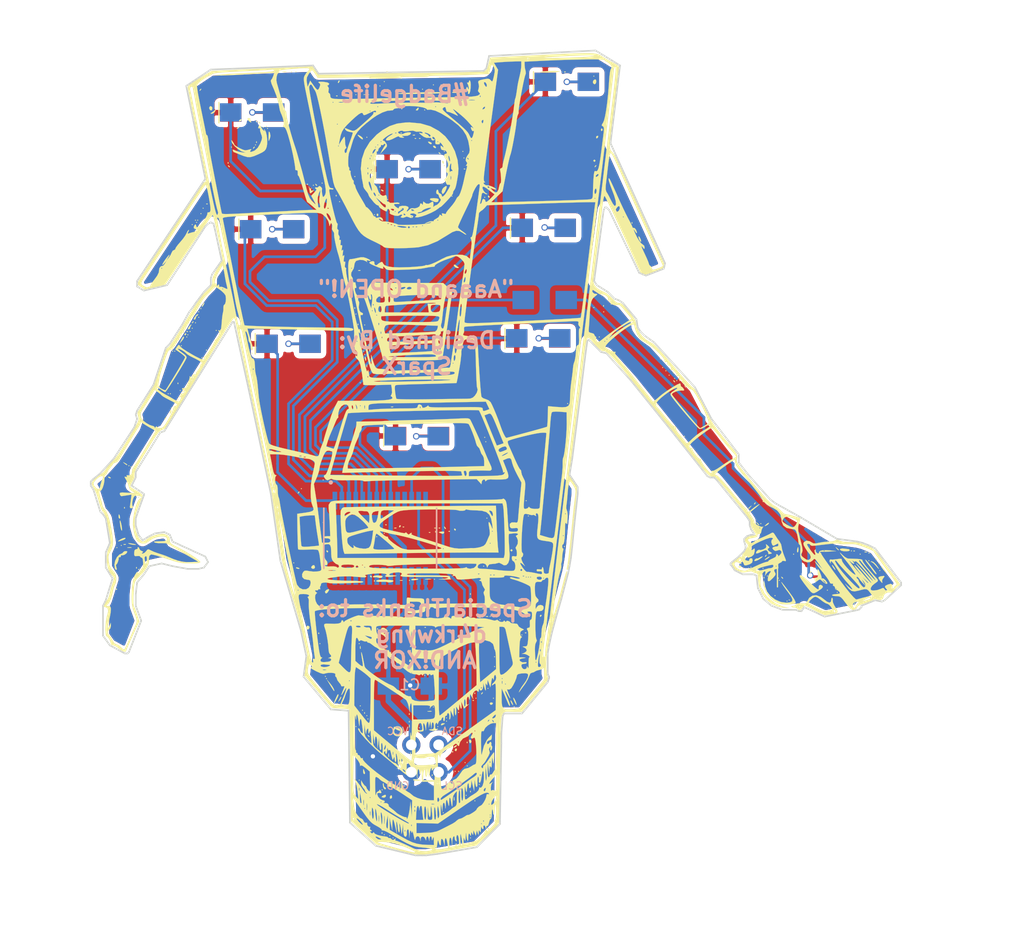
<source format=kicad_pcb>
(kicad_pcb (version 4) (host pcbnew 4.0.6)
  (layers (0 F.Cu signal) (31 B.Cu signal) (34 B.Paste user) (35 F.Paste user) (36 B.SilkS user) (37 F.SilkS user hide) (38 B.Mask user) (39 F.Mask user hide) (44 Edge.Cuts user))
  (net 0 "")
  (net 1 +3V3)
  (net 2 GND)
  (net 3 "Net-(D1-Pad2)")
  (net 4 "Net-(D2-Pad2)")
  (net 5 "Net-(D3-Pad2)")
  (net 6 "Net-(D4-Pad2)")
  (net 7 "Net-(D5-Pad2)")
  (net 8 "Net-(D6-Pad2)")
  (net 9 "Net-(D7-Pad2)")
  (net 10 "Net-(D8-Pad2)")
  (net 11 "Net-(D9-Pad2)")
  (net 12 "Net-(R1-Pad1)")
  (net 13 "Net-(R2-Pad1)")
  (net 14 "Net-(R3-Pad1)")
  (net 15 "Net-(R4-Pad1)")
  (net 16 "Net-(R5-Pad1)")
  (net 17 "Net-(R6-Pad1)")
  (net 18 "Net-(R7-Pad1)")
  (net 19 "Net-(R9-Pad1)")
  (net 20 scl)
  (net 21 sda)
  (net 22 "Net-(U1-Pad19)")
  (net 23 "Net-(U1-Pad20)")
  (net 24 "Net-(U1-Pad22)")
  (net 25 "Net-(U1-Pad23)")
  (net 26 "Net-(U1-Pad24)")
  (net 27 "Net-(U1-Pad25)")
  (net 28 "Net-(U1-Pad26)")
  (net 29 "Net-(U1-Pad27)")
  (net 30 "Net-(U1-Pad28)")
  (net 31 "Net-(U1-Pad21)")
  (module lib:MCP23017-ESS_NoSilk (layer B.Cu) (at 89.3064 117.16512 270)
    (fp_text reference U1)
    (fp_text value MCP23017)
    (pad 1 smd rect (at -3.505 4.225 270) (size 1.651 0.4318) (layers B.Cu B.Paste B.Mask) (net 12 "Net-(R1-Pad1)"))
    (pad 2 smd rect (at -3.505 3.575 270) (size 1.651 0.4318) (layers B.Cu B.Paste B.Mask) (net 13 "Net-(R2-Pad1)"))
    (pad 3 smd rect (at -3.505 2.925 270) (size 1.651 0.4318) (layers B.Cu B.Paste B.Mask) (net 14 "Net-(R3-Pad1)"))
    (pad 4 smd rect (at -3.505 2.275 270) (size 1.651 0.4318) (layers B.Cu B.Paste B.Mask) (net 15 "Net-(R4-Pad1)"))
    (pad 5 smd rect (at -3.505 1.625 270) (size 1.651 0.4318) (layers B.Cu B.Paste B.Mask) (net 16 "Net-(R5-Pad1)"))
    (pad 6 smd rect (at -3.505 0.975 270) (size 1.651 0.4318) (layers B.Cu B.Paste B.Mask) (net 17 "Net-(R6-Pad1)"))
    (pad 7 smd rect (at -3.505 0.325 270) (size 1.651 0.4318) (layers B.Cu B.Paste B.Mask) (net 18 "Net-(R7-Pad1)"))
    (pad 8 smd rect (at -3.505 -0.325 270) (size 1.651 0.4318) (layers B.Cu B.Paste B.Mask) (net 19 "Net-(R9-Pad1)"))
    (pad 9 smd rect (at -3.505 -0.975 270) (size 1.651 0.4318) (layers B.Cu B.Paste B.Mask) (net 1 +3V3))
    (pad 10 smd rect (at -3.505 -1.625 270) (size 1.651 0.4318) (layers B.Cu B.Paste B.Mask) (net 2 GND))
    (pad 11 smd rect (at -3.505 -2.275 270) (size 1.651 0.4318) (layers B.Cu B.Paste B.Mask))
    (pad 12 smd rect (at -3.505 -2.925 270) (size 1.651 0.4318) (layers B.Cu B.Paste B.Mask) (net 20 scl))
    (pad 13 smd rect (at -3.505 -3.575 270) (size 1.651 0.4318) (layers B.Cu B.Paste B.Mask) (net 21 sda))
    (pad 14 smd rect (at -3.505 -4.225 270) (size 1.651 0.4318) (layers B.Cu B.Paste B.Mask))
    (pad 15 smd rect (at 3.505 -4.225 270) (size 1.651 0.4318) (layers B.Cu B.Paste B.Mask) (net 2 GND))
    (pad 16 smd rect (at 3.505 -3.575 270) (size 1.651 0.4318) (layers B.Cu B.Paste B.Mask) (net 2 GND))
    (pad 17 smd rect (at 3.505 -2.925 270) (size 1.651 0.4318) (layers B.Cu B.Paste B.Mask) (net 2 GND))
    (pad 18 smd rect (at 3.505 -2.275 270) (size 1.651 0.4318) (layers B.Cu B.Paste B.Mask) (net 1 +3V3))
    (pad 19 smd rect (at 3.505 -1.625 270) (size 1.651 0.4318) (layers B.Cu B.Paste B.Mask) (net 22 "Net-(U1-Pad19)"))
    (pad 20 smd rect (at 3.505 -0.975 270) (size 1.651 0.4318) (layers B.Cu B.Paste B.Mask) (net 23 "Net-(U1-Pad20)"))
    (pad 21 smd rect (at 3.505 -0.325 270) (size 1.651 0.4318) (layers B.Cu B.Paste B.Mask) (net 31 "Net-(U1-Pad21)"))
    (pad 22 smd rect (at 3.505 0.325 270) (size 1.651 0.4318) (layers B.Cu B.Paste B.Mask) (net 24 "Net-(U1-Pad22)"))
    (pad 23 smd rect (at 3.505 0.975 270) (size 1.651 0.4318) (layers B.Cu B.Paste B.Mask) (net 25 "Net-(U1-Pad23)"))
    (pad 24 smd rect (at 3.505 1.625 270) (size 1.651 0.4318) (layers B.Cu B.Paste B.Mask) (net 26 "Net-(U1-Pad24)"))
    (pad 25 smd rect (at 3.505 2.275 270) (size 1.651 0.4318) (layers B.Cu B.Paste B.Mask) (net 27 "Net-(U1-Pad25)"))
    (pad 26 smd rect (at 3.505 2.925 270) (size 1.651 0.4318) (layers B.Cu B.Paste B.Mask) (net 28 "Net-(U1-Pad26)"))
    (pad 27 smd rect (at 3.505 3.575 270) (size 1.651 0.4318) (layers B.Cu B.Paste B.Mask) (net 29 "Net-(U1-Pad27)"))
    (pad 28 smd rect (at 3.505 4.225 270) (size 1.651 0.4318) (layers B.Cu B.Paste B.Mask) (net 30 "Net-(U1-Pad28)"))
  )
  (module Shitty_AddOn:Badgelife-Shitty-2x2 (layer F.Cu) (at 93.472 137.668)
    (fp_text reference X1)
    (fp_text value Badgelife_shitty_connector)
    (fp_text user SDA (at 2.54 -2.54) (layer B.SilkS) (effects (font (size 0.7 0.7) (thickness 0.1)) (justify mirror)))
    (fp_text user SCL (at 2.54 2.54) (layer B.SilkS) (effects (font (size 0.7 0.7) (thickness 0.1)) (justify mirror)))
    (fp_text user GND (at -2.54 2.54) (layer B.SilkS) (effects (font (size 0.7 0.7) (thickness 0.1)) (justify mirror)))
    (fp_text user VCC (at -2.54 -2.54) (layer B.SilkS) (effects (font (size 0.7 0.7) (thickness 0.1)) (justify mirror)))
    (pad 4 thru_hole circle (at 1.27 -1.27) (size 1.7 1.7) (drill 1) (layers *.Cu *.Mask) (net 21 sda))
    (pad 3 thru_hole oval (at 1.27 1.27) (size 1.7 1.7) (drill 1) (layers *.Cu *.Mask) (net 20 scl))
    (pad 1 thru_hole oval (at -1.27 -1.27) (size 1.7 1.7) (drill 1) (layers *.Cu *.Mask) (net 1 +3V3))
    (pad 2 thru_hole oval (at -1.27 1.27) (size 1.7 1.7) (drill 1) (layers *.Cu *.Mask) (net 2 GND))
  )
  (module Design:CL4P_Silk (layer F.Cu) (at 100 100)
    (fp_text reference "" hide)
    (fp_text value "" hide)
  )
  (module Design:CL4P_Sold (layer F.Cu) (at 100 100)
    (fp_text reference "" hide)
    (fp_text value "" hide)
  )
  (module lib:C_1206_HandSoldering_Min_Silk (layer B.Cu) (at 92.0623 130.92684)
    (fp_text reference C1 (at 0 -0.127) (layer B.SilkS) (effects (justify mirror)))
    (fp_text value 0.1uf)
    (pad 1 smd rect (at -2 0) (size 2 1.6) (layers B.Cu B.Paste B.Mask) (net 1 +3V3))
    (pad 2 smd rect (at 2 0) (size 2 1.6) (layers B.Cu B.Paste B.Mask) (net 2 GND))
  )
  (module lib:R_1206_HandSoldering_Min (layer B.Cu) (at 104.013 98.5393)
    (fp_text reference R9 hide)
    (fp_text value 220 hide)
    (pad 1 smd rect (at -2 0) (size 2 1.7) (layers B.Cu B.Paste B.Mask) (net 19 "Net-(R9-Pad1)"))
    (pad 2 smd rect (at 2 0) (size 2 1.7) (layers B.Cu B.Paste B.Mask) (net 11 "Net-(D9-Pad2)"))
  )
  (module lib:R_1206_HandSoldering_Min (layer B.Cu) (at 92.70492 107.6706 180)
    (fp_text reference R8 hide)
    (fp_text value 220 hide)
    (pad 1 smd rect (at -2 0 180) (size 2 1.7) (layers B.Cu B.Paste B.Mask) (net 10 "Net-(D8-Pad2)"))
    (pad 2 smd rect (at 2 0 180) (size 2 1.7) (layers B.Cu B.Paste B.Mask) (net 1 +3V3))
  )
  (module lib:R_1206_HandSoldering_Min (layer B.Cu) (at 104.6226 94.9833)
    (fp_text reference R7 hide)
    (fp_text value 220 hide)
    (pad 1 smd rect (at -2 0) (size 2 1.7) (layers B.Cu B.Paste B.Mask) (net 18 "Net-(R7-Pad1)"))
    (pad 2 smd rect (at 2 0) (size 2 1.7) (layers B.Cu B.Paste B.Mask) (net 9 "Net-(D7-Pad2)"))
  )
  (module lib:R_1206_HandSoldering_Min (layer B.Cu) (at 104.52354 88.26246)
    (fp_text reference R6 hide)
    (fp_text value 220 hide)
    (pad 1 smd rect (at -2 0) (size 2 1.7) (layers B.Cu B.Paste B.Mask) (net 17 "Net-(R6-Pad1)"))
    (pad 2 smd rect (at 2 0) (size 2 1.7) (layers B.Cu B.Paste B.Mask) (net 8 "Net-(D6-Pad2)"))
  )
  (module lib:R_1206_HandSoldering_Min (layer B.Cu) (at 106.68 74.676)
    (fp_text reference R5 hide)
    (fp_text value 220 hide)
    (pad 1 smd rect (at -2 0) (size 2 1.7) (layers B.Cu B.Paste B.Mask) (net 16 "Net-(R5-Pad1)"))
    (pad 2 smd rect (at 2 0) (size 2 1.7) (layers B.Cu B.Paste B.Mask) (net 7 "Net-(D5-Pad2)"))
  )
  (module lib:R_1206_HandSoldering_Min (layer B.Cu) (at 91.948 82.804)
    (fp_text reference R4 hide)
    (fp_text value 220 hide)
    (pad 1 smd rect (at -2 0) (size 2 1.7) (layers B.Cu B.Paste B.Mask) (net 15 "Net-(R4-Pad1)"))
    (pad 2 smd rect (at 2 0) (size 2 1.7) (layers B.Cu B.Paste B.Mask) (net 6 "Net-(D4-Pad2)"))
  )
  (module lib:R_1206_HandSoldering_Min (layer B.Cu) (at 77.3811 77.51826)
    (fp_text reference R3 hide)
    (fp_text value 220 hide)
    (pad 1 smd rect (at -2 0) (size 2 1.7) (layers B.Cu B.Paste B.Mask) (net 14 "Net-(R3-Pad1)"))
    (pad 2 smd rect (at 2 0) (size 2 1.7) (layers B.Cu B.Paste B.Mask) (net 5 "Net-(D3-Pad2)"))
  )
  (module lib:R_1206_HandSoldering_Min (layer B.Cu) (at 79.248 88.392)
    (fp_text reference R2 hide)
    (fp_text value 220 hide)
    (pad 1 smd rect (at -2 0) (size 2 1.7) (layers B.Cu B.Paste B.Mask) (net 13 "Net-(R2-Pad1)"))
    (pad 2 smd rect (at 2 0) (size 2 1.7) (layers B.Cu B.Paste B.Mask) (net 4 "Net-(D2-Pad2)"))
  )
  (module lib:R_1206_HandSoldering_Min (layer B.Cu) (at 80.772 99.06)
    (fp_text reference R1 hide)
    (fp_text value 220 hide)
    (pad 1 smd rect (at -2 0) (size 2 1.7) (layers B.Cu B.Paste B.Mask) (net 12 "Net-(R1-Pad1)"))
    (pad 2 smd rect (at 2 0) (size 2 1.7) (layers B.Cu B.Paste B.Mask) (net 3 "Net-(D1-Pad2)"))
  )
  (module lib:LED_1206_HandSoldering_Min (layer F.Cu) (at 104.02062 98.57232)
    (fp_text reference D9 hide)
    (fp_text value LED hide)
    (pad 1 smd rect (at -2 0) (size 2 1.7) (layers F.Cu F.Paste F.Mask) (net 2 GND))
    (pad 2 smd rect (at 2 0) (size 2 1.7) (layers F.Cu F.Paste F.Mask) (net 11 "Net-(D9-Pad2)"))
  )
  (module lib:LED_1206_HandSoldering_Min (layer F.Cu) (at 92.7354 107.64012)
    (fp_text reference D8 hide)
    (fp_text value LED hide)
    (pad 1 smd rect (at -2 0) (size 2 1.7) (layers F.Cu F.Paste F.Mask) (net 2 GND))
    (pad 2 smd rect (at 2 0) (size 2 1.7) (layers F.Cu F.Paste F.Mask) (net 10 "Net-(D8-Pad2)"))
  )
  (module lib:LED_1206_HandSoldering_Min (layer F.Cu) (at 129.3876 120.7389)
    (fp_text reference D7 hide)
    (fp_text value LED hide)
    (pad 1 smd rect (at -2 0) (size 2 1.7) (layers F.Cu F.Paste F.Mask) (net 2 GND))
    (pad 2 smd rect (at 2 0) (size 2 1.7) (layers F.Cu F.Paste F.Mask) (net 9 "Net-(D7-Pad2)"))
  )
  (module lib:LED_1206_HandSoldering_Min (layer F.Cu) (at 104.53116 88.27008)
    (fp_text reference D6 hide)
    (fp_text value LED hide)
    (pad 1 smd rect (at -2 0) (size 2 1.7) (layers F.Cu F.Paste F.Mask) (net 2 GND))
    (pad 2 smd rect (at 2 0) (size 2 1.7) (layers F.Cu F.Paste F.Mask) (net 8 "Net-(D6-Pad2)"))
  )
  (module lib:LED_1206_HandSoldering_Min (layer F.Cu) (at 106.68 74.676)
    (fp_text reference D5 hide)
    (fp_text value LED hide)
    (pad 1 smd rect (at -2 0) (size 2 1.7) (layers F.Cu F.Paste F.Mask) (net 2 GND))
    (pad 2 smd rect (at 2 0) (size 2 1.7) (layers F.Cu F.Paste F.Mask) (net 7 "Net-(D5-Pad2)"))
  )
  (module lib:LED_1206_HandSoldering_Min (layer F.Cu) (at 91.948 82.804)
    (fp_text reference D4 hide)
    (fp_text value LED hide)
    (pad 1 smd rect (at -2 0) (size 2 1.7) (layers F.Cu F.Paste F.Mask) (net 2 GND))
    (pad 2 smd rect (at 2 0) (size 2 1.7) (layers F.Cu F.Paste F.Mask) (net 6 "Net-(D4-Pad2)"))
  )
  (module lib:LED_1206_HandSoldering_Min (layer F.Cu) (at 77.3938 77.54112)
    (fp_text reference D3 hide)
    (fp_text value LED hide)
    (pad 1 smd rect (at -2 0) (size 2 1.7) (layers F.Cu F.Paste F.Mask) (net 2 GND))
    (pad 2 smd rect (at 2 0) (size 2 1.7) (layers F.Cu F.Paste F.Mask) (net 5 "Net-(D3-Pad2)"))
  )
  (module lib:LED_1206_HandSoldering_Min (layer F.Cu) (at 79.248 88.392)
    (fp_text reference D2 hide)
    (fp_text value LED hide)
    (pad 1 smd rect (at -2 0) (size 2 1.7) (layers F.Cu F.Paste F.Mask) (net 2 GND))
    (pad 2 smd rect (at 2 0) (size 2 1.7) (layers F.Cu F.Paste F.Mask) (net 4 "Net-(D2-Pad2)"))
  )
  (module lib:LED_1206_HandSoldering_Min (layer F.Cu) (at 80.772 99.06)
    (fp_text reference D1 hide)
    (fp_text value LED hide)
    (pad 1 smd rect (at -2 0) (size 2 1.7) (layers F.Cu F.Paste F.Mask) (net 2 GND))
    (pad 2 smd rect (at 2 0) (size 2 1.7) (layers F.Cu F.Paste F.Mask) (net 3 "Net-(D1-Pad2)"))
  )
  (module Design:JACK2 (layer B.Cu) (at 100.86848 116.88064 195)
    (fp_text reference G*** hide)
    (fp_text value LOGO hide)
  )
  (gr_text "Designed By:\nSparX" (at 92.71 99.949) (layer B.SilkS) (effects (font (size 1.5 1.5) (thickness 0.3)) (justify mirror)))
  (gr_text "\n\nSpecialThanks to:\nd4rkwyng \nAND!XOR\n" (at 93.472 123.698) (layer B.SilkS) (effects (font (size 1.5 1.5) (thickness 0.3)) (justify mirror)))
  (gr_text "#Badgelife" (at 91.567 75.819) (layer B.SilkS) (effects (font (size 1.5 1.5) (thickness 0.3)) (justify mirror)))
  (gr_text "\"Aaaand OPEN!\" " (at 92.075 93.98) (layer B.SilkS) (effects (font (size 1.5 1.5) (thickness 0.3)) (justify mirror)))
  (gr_line (start 102.489 133.477) (end 100.838 133.477) (angle 90) (layer Edge.Cuts) (width 0.15))
  (gr_line (start 102.616 133.35) (end 102.489 133.477) (angle 90) (layer Edge.Cuts) (width 0.15))
  (gr_line (start 100.711 133.731) (end 100.838 133.477) (angle 90) (layer Edge.Cuts) (width 0.15))
  (gr_line (start 100.584 135.382) (end 100.711 133.731) (angle 90) (layer Edge.Cuts) (width 0.15))
  (gr_line (start 100.584 136.271) (end 100.584 135.382) (angle 90) (layer Edge.Cuts) (width 0.15))
  (gr_line (start 100.457 143.51) (end 100.584 136.271) (angle 90) (layer Edge.Cuts) (width 0.15))
  (gr_line (start 100.457 143.764) (end 100.457 143.51) (angle 90) (layer Edge.Cuts) (width 0.15))
  (gr_line (start 98.298 145.923) (end 100.457 143.764) (angle 90) (layer Edge.Cuts) (width 0.15))
  (gr_line (start 94.615 146.558) (end 98.298 145.923) (angle 90) (layer Edge.Cuts) (width 0.15))
  (gr_line (start 93.599 146.685) (end 94.615 146.558) (angle 90) (layer Edge.Cuts) (width 0.15))
  (gr_line (start 93.218 146.685) (end 93.599 146.685) (angle 90) (layer Edge.Cuts) (width 0.15))
  (gr_line (start 92.837 146.685) (end 93.218 146.685) (angle 90) (layer Edge.Cuts) (width 0.15))
  (gr_line (start 92.583 146.685) (end 92.837 146.685) (angle 90) (layer Edge.Cuts) (width 0.15))
  (gr_line (start 88.9 145.796) (end 92.583 146.685) (angle 90) (layer Edge.Cuts) (width 0.15))
  (gr_line (start 86.487 143.637) (end 88.9 145.796) (angle 90) (layer Edge.Cuts) (width 0.15))
  (gr_line (start 86.36 133.223) (end 86.487 143.637) (angle 90) (layer Edge.Cuts) (width 0.15))
  (gr_line (start 84.709 133.096) (end 86.36 133.223) (angle 90) (layer Edge.Cuts) (width 0.15))
  (gr_line (start 82.169 130.048) (end 84.709 133.096) (angle 90) (layer Edge.Cuts) (width 0.15))
  (gr_line (start 82.423 128.143) (end 82.169 130.048) (angle 90) (layer Edge.Cuts) (width 0.15))
  (gr_line (start 81.915 125.73) (end 82.423 128.143) (angle 90) (layer Edge.Cuts) (width 0.15))
  (gr_line (start 80.01 119.253) (end 81.915 125.73) (angle 90) (layer Edge.Cuts) (width 0.15))
  (gr_line (start 79.248 113.919) (end 80.01 119.253) (angle 90) (layer Edge.Cuts) (width 0.15))
  (gr_line (start 79.121 113.03) (end 79.248 113.919) (angle 90) (layer Edge.Cuts) (width 0.15))
  (gr_line (start 77.216 104.013) (end 79.121 113.03) (angle 90) (layer Edge.Cuts) (width 0.15))
  (gr_line (start 75.692 97.028) (end 77.216 104.013) (angle 90) (layer Edge.Cuts) (width 0.15))
  (gr_line (start 75.565 97.028) (end 75.692 97.028) (angle 90) (layer Edge.Cuts) (width 0.15))
  (gr_line (start 69.215 107.188) (end 75.565 97.028) (angle 90) (layer Edge.Cuts) (width 0.15))
  (gr_line (start 68.834 107.315) (end 69.215 107.188) (angle 90) (layer Edge.Cuts) (width 0.15))
  (gr_line (start 66.548 110.998) (end 68.834 107.315) (angle 90) (layer Edge.Cuts) (width 0.15))
  (gr_line (start 66.548 111.506) (end 66.548 110.998) (angle 90) (layer Edge.Cuts) (width 0.15))
  (gr_line (start 66.167 112.268) (end 66.548 111.506) (angle 90) (layer Edge.Cuts) (width 0.15))
  (gr_line (start 67.31 113.03) (end 66.167 112.268) (angle 90) (layer Edge.Cuts) (width 0.15))
  (gr_line (start 67.31 113.157) (end 67.31 113.03) (angle 90) (layer Edge.Cuts) (width 0.15))
  (gr_line (start 66.802 114.554) (end 67.31 113.157) (angle 90) (layer Edge.Cuts) (width 0.15))
  (gr_line (start 66.548 115.316) (end 66.802 114.554) (angle 90) (layer Edge.Cuts) (width 0.15))
  (gr_line (start 66.548 115.951) (end 66.548 115.316) (angle 90) (layer Edge.Cuts) (width 0.15))
  (gr_line (start 66.802 116.84) (end 66.548 115.951) (angle 90) (layer Edge.Cuts) (width 0.15))
  (gr_line (start 67.183 117.348) (end 66.802 116.84) (angle 90) (layer Edge.Cuts) (width 0.15))
  (gr_line (start 67.818 116.967) (end 67.183 117.348) (angle 90) (layer Edge.Cuts) (width 0.15))
  (gr_line (start 68.326 116.713) (end 67.818 116.967) (angle 90) (layer Edge.Cuts) (width 0.15))
  (gr_line (start 69.215 116.586) (end 68.326 116.713) (angle 90) (layer Edge.Cuts) (width 0.15))
  (gr_line (start 69.723 116.84) (end 69.215 116.586) (angle 90) (layer Edge.Cuts) (width 0.15))
  (gr_line (start 69.977 117.475) (end 69.723 116.84) (angle 90) (layer Edge.Cuts) (width 0.15))
  (gr_line (start 73.025 118.872) (end 69.977 117.475) (angle 90) (layer Edge.Cuts) (width 0.15))
  (gr_line (start 73.279 119.38) (end 73.025 118.872) (angle 90) (layer Edge.Cuts) (width 0.15))
  (gr_line (start 72.898 119.888) (end 73.279 119.38) (angle 90) (layer Edge.Cuts) (width 0.15))
  (gr_line (start 72.39 120.015) (end 72.898 119.888) (angle 90) (layer Edge.Cuts) (width 0.15))
  (gr_line (start 71.374 120.015) (end 72.39 120.015) (angle 90) (layer Edge.Cuts) (width 0.15))
  (gr_line (start 69.977 119.761) (end 71.374 120.015) (angle 90) (layer Edge.Cuts) (width 0.15))
  (gr_line (start 68.961 119.507) (end 69.977 119.761) (angle 90) (layer Edge.Cuts) (width 0.15))
  (gr_line (start 67.818 119.761) (end 68.961 119.507) (angle 90) (layer Edge.Cuts) (width 0.15))
  (gr_line (start 67.31 120.523) (end 67.818 119.761) (angle 90) (layer Edge.Cuts) (width 0.15))
  (gr_line (start 66.675 121.285) (end 67.31 120.523) (angle 90) (layer Edge.Cuts) (width 0.15))
  (gr_line (start 66.548 122.428) (end 66.675 121.285) (angle 90) (layer Edge.Cuts) (width 0.15))
  (gr_line (start 66.548 123.444) (end 66.548 122.428) (angle 90) (layer Edge.Cuts) (width 0.15))
  (gr_line (start 67.056 124.841) (end 66.548 123.444) (angle 90) (layer Edge.Cuts) (width 0.15))
  (gr_line (start 65.913 127.762) (end 67.056 124.841) (angle 90) (layer Edge.Cuts) (width 0.15))
  (gr_line (start 65.786 127.889) (end 65.913 127.762) (angle 90) (layer Edge.Cuts) (width 0.15))
  (gr_line (start 65.532 127.889) (end 65.786 127.889) (angle 90) (layer Edge.Cuts) (width 0.15))
  (gr_line (start 64.135 127.127) (end 65.532 127.889) (angle 90) (layer Edge.Cuts) (width 0.15))
  (gr_line (start 63.5 126.238) (end 64.135 127.127) (angle 90) (layer Edge.Cuts) (width 0.15))
  (gr_line (start 63.5 123.444) (end 63.5 126.238) (angle 90) (layer Edge.Cuts) (width 0.15))
  (gr_line (start 63.754 122.936) (end 63.5 123.444) (angle 90) (layer Edge.Cuts) (width 0.15))
  (gr_line (start 64.389 120.904) (end 63.754 122.936) (angle 90) (layer Edge.Cuts) (width 0.15))
  (gr_line (start 63.754 119.888) (end 64.389 120.904) (angle 90) (layer Edge.Cuts) (width 0.15))
  (gr_line (start 63.754 118.491) (end 63.754 119.888) (angle 90) (layer Edge.Cuts) (width 0.15))
  (gr_line (start 64.135 117.602) (end 63.754 118.491) (angle 90) (layer Edge.Cuts) (width 0.15))
  (gr_line (start 63.754 115.316) (end 64.135 117.602) (angle 90) (layer Edge.Cuts) (width 0.15))
  (gr_line (start 63.5 114.935) (end 63.754 115.316) (angle 90) (layer Edge.Cuts) (width 0.15))
  (gr_line (start 63.246 114.681) (end 63.5 114.935) (angle 90) (layer Edge.Cuts) (width 0.15))
  (gr_line (start 62.611 112.649) (end 63.246 114.681) (angle 90) (layer Edge.Cuts) (width 0.15))
  (gr_line (start 62.357 112.268) (end 62.611 112.649) (angle 90) (layer Edge.Cuts) (width 0.15))
  (gr_line (start 62.357 111.887) (end 62.357 112.268) (angle 90) (layer Edge.Cuts) (width 0.15))
  (gr_line (start 62.611 111.633) (end 62.357 111.887) (angle 90) (layer Edge.Cuts) (width 0.15))
  (gr_line (start 63.246 111.125) (end 62.611 111.633) (angle 90) (layer Edge.Cuts) (width 0.15))
  (gr_line (start 64.516 109.728) (end 63.246 111.125) (angle 90) (layer Edge.Cuts) (width 0.15))
  (gr_line (start 66.421 106.807) (end 64.516 109.728) (angle 90) (layer Edge.Cuts) (width 0.15))
  (gr_line (start 66.675 106.045) (end 66.421 106.807) (angle 90) (layer Edge.Cuts) (width 0.15))
  (gr_line (start 66.548 105.664) (end 66.675 106.045) (angle 90) (layer Edge.Cuts) (width 0.15))
  (gr_line (start 66.675 105.283) (end 66.548 105.664) (angle 90) (layer Edge.Cuts) (width 0.15))
  (gr_line (start 68.199 102.87) (end 66.675 105.283) (angle 90) (layer Edge.Cuts) (width 0.15))
  (gr_line (start 69.342 99.441) (end 68.199 102.87) (angle 90) (layer Edge.Cuts) (width 0.15))
  (gr_line (start 69.723 99.06) (end 69.342 99.441) (angle 90) (layer Edge.Cuts) (width 0.15))
  (gr_line (start 70.866 97.282) (end 69.723 99.06) (angle 90) (layer Edge.Cuts) (width 0.15))
  (gr_line (start 71.501 96.139) (end 70.866 97.282) (angle 90) (layer Edge.Cuts) (width 0.15))
  (gr_line (start 71.882 95.631) (end 71.501 96.139) (angle 90) (layer Edge.Cuts) (width 0.15))
  (gr_line (start 72.136 95.25) (end 71.882 95.631) (angle 90) (layer Edge.Cuts) (width 0.15))
  (gr_line (start 72.517 94.742) (end 72.136 95.25) (angle 90) (layer Edge.Cuts) (width 0.15))
  (gr_line (start 72.898 94.234) (end 72.517 94.742) (angle 90) (layer Edge.Cuts) (width 0.15))
  (gr_line (start 73.533 93.599) (end 72.898 94.234) (angle 90) (layer Edge.Cuts) (width 0.15))
  (gr_line (start 73.533 93.345) (end 73.533 93.599) (angle 90) (layer Edge.Cuts) (width 0.15))
  (gr_line (start 73.533 92.964) (end 73.533 93.345) (angle 90) (layer Edge.Cuts) (width 0.15))
  (gr_line (start 73.66 92.583) (end 73.533 92.964) (angle 90) (layer Edge.Cuts) (width 0.15))
  (gr_line (start 74.549 91.313) (end 73.66 92.583) (angle 90) (layer Edge.Cuts) (width 0.15))
  (gr_line (start 73.914 88.392) (end 74.549 91.313) (angle 90) (layer Edge.Cuts) (width 0.15))
  (gr_line (start 73.787 87.884) (end 73.914 88.392) (angle 90) (layer Edge.Cuts) (width 0.15))
  (gr_line (start 73.533 87.757) (end 73.787 87.884) (angle 90) (layer Edge.Cuts) (width 0.15))
  (gr_line (start 73.279 87.884) (end 73.533 87.757) (angle 90) (layer Edge.Cuts) (width 0.15))
  (gr_line (start 73.025 88.138) (end 73.279 87.884) (angle 90) (layer Edge.Cuts) (width 0.15))
  (gr_line (start 69.469 93.599) (end 73.025 88.138) (angle 90) (layer Edge.Cuts) (width 0.15))
  (gr_line (start 67.31 94.107) (end 69.469 93.599) (angle 90) (layer Edge.Cuts) (width 0.15))
  (gr_line (start 66.675 93.726) (end 67.31 94.107) (angle 90) (layer Edge.Cuts) (width 0.15))
  (gr_line (start 66.675 93.218) (end 66.675 93.726) (angle 90) (layer Edge.Cuts) (width 0.15))
  (gr_line (start 73.025 83.693) (end 66.675 93.218) (angle 90) (layer Edge.Cuts) (width 0.15))
  (gr_line (start 71.247 75.057) (end 73.025 83.693) (angle 90) (layer Edge.Cuts) (width 0.15))
  (gr_line (start 73.533 73.533) (end 71.247 75.057) (angle 90) (layer Edge.Cuts) (width 0.15))
  (gr_line (start 83.058 73.152) (end 73.533 73.533) (angle 90) (layer Edge.Cuts) (width 0.15))
  (gr_line (start 83.566 73.914) (end 83.058 73.152) (angle 90) (layer Edge.Cuts) (width 0.15))
  (gr_line (start 98.933 73.66) (end 83.566 73.914) (angle 90) (layer Edge.Cuts) (width 0.15))
  (gr_line (start 99.187 73.406) (end 98.933 73.66) (angle 90) (layer Edge.Cuts) (width 0.15))
  (gr_line (start 99.441 72.263) (end 99.187 73.406) (angle 90) (layer Edge.Cuts) (width 0.15))
  (gr_line (start 109.347 71.755) (end 99.441 72.263) (angle 90) (layer Edge.Cuts) (width 0.15))
  (gr_line (start 111.633 73.152) (end 109.347 71.755) (angle 90) (layer Edge.Cuts) (width 0.15))
  (gr_line (start 110.744 80.391) (end 111.633 73.152) (angle 90) (layer Edge.Cuts) (width 0.15))
  (gr_line (start 115.824 91.567) (end 110.744 80.391) (angle 90) (layer Edge.Cuts) (width 0.15))
  (gr_line (start 115.697 92.075) (end 115.824 91.567) (angle 90) (layer Edge.Cuts) (width 0.15))
  (gr_line (start 114.046 92.71) (end 115.697 92.075) (angle 90) (layer Edge.Cuts) (width 0.15))
  (gr_line (start 113.411 92.456) (end 114.046 92.71) (angle 90) (layer Edge.Cuts) (width 0.15))
  (gr_line (start 110.617 86.614) (end 113.411 92.456) (angle 90) (layer Edge.Cuts) (width 0.15))
  (gr_line (start 110.49 86.487) (end 110.617 86.614) (angle 90) (layer Edge.Cuts) (width 0.15))
  (gr_line (start 110.363 86.36) (end 110.49 86.487) (angle 90) (layer Edge.Cuts) (width 0.15))
  (gr_line (start 110.236 86.36) (end 110.363 86.36) (angle 90) (layer Edge.Cuts) (width 0.15))
  (gr_line (start 110.109 86.614) (end 110.236 86.36) (angle 90) (layer Edge.Cuts) (width 0.15))
  (gr_line (start 109.22 93.218) (end 110.109 86.614) (angle 90) (layer Edge.Cuts) (width 0.15))
  (gr_line (start 109.474 93.599) (end 109.22 93.218) (angle 90) (layer Edge.Cuts) (width 0.15))
  (gr_line (start 110.49 94.234) (end 109.474 93.599) (angle 90) (layer Edge.Cuts) (width 0.15))
  (gr_line (start 111.125 94.869) (end 110.49 94.234) (angle 90) (layer Edge.Cuts) (width 0.15))
  (gr_line (start 111.506 94.996) (end 111.125 94.869) (angle 90) (layer Edge.Cuts) (width 0.15))
  (gr_line (start 111.887 95.25) (end 111.506 94.996) (angle 90) (layer Edge.Cuts) (width 0.15))
  (gr_line (start 113.157 96.774) (end 111.887 95.25) (angle 90) (layer Edge.Cuts) (width 0.15))
  (gr_line (start 113.284 97.536) (end 113.157 96.774) (angle 90) (layer Edge.Cuts) (width 0.15))
  (gr_line (start 113.538 97.917) (end 113.284 97.536) (angle 90) (layer Edge.Cuts) (width 0.15))
  (gr_line (start 113.919 98.298) (end 113.538 97.917) (angle 90) (layer Edge.Cuts) (width 0.15))
  (gr_line (start 114.808 98.933) (end 113.919 98.298) (angle 90) (layer Edge.Cuts) (width 0.15))
  (gr_line (start 118.618 103.124) (end 114.808 98.933) (angle 90) (layer Edge.Cuts) (width 0.15))
  (gr_line (start 120.142 106.045) (end 118.618 103.124) (angle 90) (layer Edge.Cuts) (width 0.15))
  (gr_line (start 122.682 109.347) (end 120.142 106.045) (angle 90) (layer Edge.Cuts) (width 0.15))
  (gr_line (start 122.682 110.109) (end 122.682 109.347) (angle 90) (layer Edge.Cuts) (width 0.15))
  (gr_line (start 123.571 111.252) (end 122.682 110.109) (angle 90) (layer Edge.Cuts) (width 0.15))
  (gr_line (start 125.603 113.538) (end 123.571 111.252) (angle 90) (layer Edge.Cuts) (width 0.15))
  (gr_line (start 126.111 113.919) (end 125.603 113.538) (angle 90) (layer Edge.Cuts) (width 0.15))
  (gr_line (start 128.397 115.189) (end 126.111 113.919) (angle 90) (layer Edge.Cuts) (width 0.15))
  (gr_line (start 131.826 117.221) (end 128.397 115.189) (angle 90) (layer Edge.Cuts) (width 0.15))
  (gr_line (start 132.842 117.348) (end 131.826 117.221) (angle 90) (layer Edge.Cuts) (width 0.15))
  (gr_line (start 133.731 117.475) (end 132.842 117.348) (angle 90) (layer Edge.Cuts) (width 0.15))
  (gr_line (start 134.239 117.602) (end 133.731 117.475) (angle 90) (layer Edge.Cuts) (width 0.15))
  (gr_line (start 134.874 117.856) (end 134.239 117.602) (angle 90) (layer Edge.Cuts) (width 0.15))
  (gr_line (start 135.382 118.11) (end 134.874 117.856) (angle 90) (layer Edge.Cuts) (width 0.15))
  (gr_line (start 137.795 121.285) (end 135.382 118.11) (angle 90) (layer Edge.Cuts) (width 0.15))
  (gr_line (start 137.795 121.539) (end 137.795 121.285) (angle 90) (layer Edge.Cuts) (width 0.15))
  (gr_line (start 136.271 122.936) (end 137.795 121.539) (angle 90) (layer Edge.Cuts) (width 0.15))
  (gr_line (start 136.017 123.063) (end 136.271 122.936) (angle 90) (layer Edge.Cuts) (width 0.15))
  (gr_line (start 135.382 122.936) (end 136.017 123.063) (angle 90) (layer Edge.Cuts) (width 0.15))
  (gr_line (start 134.112 123.444) (end 135.382 122.936) (angle 90) (layer Edge.Cuts) (width 0.15))
  (gr_line (start 134.112 123.571) (end 134.112 123.444) (angle 90) (layer Edge.Cuts) (width 0.15))
  (gr_line (start 133.985 123.698) (end 134.112 123.571) (angle 90) (layer Edge.Cuts) (width 0.15))
  (gr_line (start 133.858 123.825) (end 133.985 123.698) (angle 90) (layer Edge.Cuts) (width 0.15))
  (gr_line (start 131.953 124.206) (end 133.858 123.825) (angle 90) (layer Edge.Cuts) (width 0.15))
  (gr_line (start 130.683 124.46) (end 131.953 124.206) (angle 90) (layer Edge.Cuts) (width 0.15))
  (gr_line (start 128.778 123.571) (end 130.683 124.46) (angle 90) (layer Edge.Cuts) (width 0.15))
  (gr_line (start 128.524 123.952) (end 128.778 123.571) (angle 90) (layer Edge.Cuts) (width 0.15))
  (gr_line (start 128.27 123.952) (end 128.524 123.952) (angle 90) (layer Edge.Cuts) (width 0.15))
  (gr_line (start 128.016 123.825) (end 128.27 123.952) (angle 90) (layer Edge.Cuts) (width 0.15))
  (gr_line (start 126.746 123.825) (end 128.016 123.825) (angle 90) (layer Edge.Cuts) (width 0.15))
  (gr_line (start 125.73 123.444) (end 126.746 123.825) (angle 90) (layer Edge.Cuts) (width 0.15))
  (gr_line (start 124.968 122.809) (end 125.73 123.444) (angle 90) (layer Edge.Cuts) (width 0.15))
  (gr_line (start 124.46 121.793) (end 124.968 122.809) (angle 90) (layer Edge.Cuts) (width 0.15))
  (gr_line (start 124.333 120.65) (end 124.46 121.793) (angle 90) (layer Edge.Cuts) (width 0.15))
  (gr_line (start 124.079 120.523) (end 124.333 120.65) (angle 90) (layer Edge.Cuts) (width 0.15))
  (gr_line (start 123.063 120.523) (end 124.079 120.523) (angle 90) (layer Edge.Cuts) (width 0.15))
  (gr_line (start 122.809 120.396) (end 123.063 120.523) (angle 90) (layer Edge.Cuts) (width 0.15))
  (gr_line (start 122.301 120.142) (end 122.809 120.396) (angle 90) (layer Edge.Cuts) (width 0.15))
  (gr_line (start 122.047 119.761) (end 122.301 120.142) (angle 90) (layer Edge.Cuts) (width 0.15))
  (gr_line (start 121.92 119.634) (end 122.047 119.761) (angle 90) (layer Edge.Cuts) (width 0.15))
  (gr_line (start 121.92 119.507) (end 121.92 119.634) (angle 90) (layer Edge.Cuts) (width 0.15))
  (gr_line (start 122.047 119.38) (end 121.92 119.507) (angle 90) (layer Edge.Cuts) (width 0.15))
  (gr_line (start 122.682 118.872) (end 122.047 119.38) (angle 90) (layer Edge.Cuts) (width 0.15))
  (gr_line (start 122.809 118.745) (end 122.682 118.872) (angle 90) (layer Edge.Cuts) (width 0.15))
  (gr_line (start 123.19 118.364) (end 122.809 118.745) (angle 90) (layer Edge.Cuts) (width 0.15))
  (gr_line (start 123.317 118.11) (end 123.19 118.364) (angle 90) (layer Edge.Cuts) (width 0.15))
  (gr_line (start 123.317 117.856) (end 123.317 118.11) (angle 90) (layer Edge.Cuts) (width 0.15))
  (gr_line (start 123.19 117.475) (end 123.317 117.856) (angle 90) (layer Edge.Cuts) (width 0.15))
  (gr_line (start 123.19 117.348) (end 123.19 117.475) (angle 90) (layer Edge.Cuts) (width 0.15))
  (gr_line (start 123.19 117.221) (end 123.19 117.348) (angle 90) (layer Edge.Cuts) (width 0.15))
  (gr_line (start 123.444 116.967) (end 123.19 117.221) (angle 90) (layer Edge.Cuts) (width 0.15))
  (gr_line (start 123.825 116.84) (end 123.444 116.967) (angle 90) (layer Edge.Cuts) (width 0.15))
  (gr_line (start 124.079 116.84) (end 123.825 116.84) (angle 90) (layer Edge.Cuts) (width 0.15))
  (gr_line (start 124.079 116.713) (end 124.079 116.84) (angle 90) (layer Edge.Cuts) (width 0.15))
  (gr_line (start 123.825 116.332) (end 124.079 116.713) (angle 90) (layer Edge.Cuts) (width 0.15))
  (gr_line (start 123.698 115.951) (end 123.825 116.332) (angle 90) (layer Edge.Cuts) (width 0.15))
  (gr_line (start 123.698 115.57) (end 123.698 115.951) (angle 90) (layer Edge.Cuts) (width 0.15))
  (gr_line (start 123.444 115.189) (end 123.698 115.57) (angle 90) (layer Edge.Cuts) (width 0.15))
  (gr_line (start 120.65 111.76) (end 123.444 115.189) (angle 90) (layer Edge.Cuts) (width 0.15))
  (gr_line (start 120.396 111.506) (end 120.65 111.76) (angle 90) (layer Edge.Cuts) (width 0.15))
  (gr_line (start 120.269 111.506) (end 120.396 111.506) (angle 90) (layer Edge.Cuts) (width 0.15))
  (gr_line (start 120.015 111.506) (end 120.269 111.506) (angle 90) (layer Edge.Cuts) (width 0.15))
  (gr_line (start 119.761 111.379) (end 120.015 111.506) (angle 90) (layer Edge.Cuts) (width 0.15))
  (gr_line (start 116.332 107.061) (end 119.761 111.379) (angle 90) (layer Edge.Cuts) (width 0.15))
  (gr_line (start 112.649 102.489) (end 116.332 107.061) (angle 90) (layer Edge.Cuts) (width 0.15))
  (gr_line (start 110.363 99.949) (end 112.649 102.489) (angle 90) (layer Edge.Cuts) (width 0.15))
  (gr_line (start 109.855 99.822) (end 110.363 99.949) (angle 90) (layer Edge.Cuts) (width 0.15))
  (gr_line (start 109.22 99.187) (end 109.855 99.822) (angle 90) (layer Edge.Cuts) (width 0.15))
  (gr_line (start 108.839 98.806) (end 109.22 99.187) (angle 90) (layer Edge.Cuts) (width 0.15))
  (gr_line (start 108.712 98.679) (end 108.839 98.806) (angle 90) (layer Edge.Cuts) (width 0.15))
  (gr_line (start 108.585 98.806) (end 108.712 98.679) (angle 90) (layer Edge.Cuts) (width 0.15))
  (gr_line (start 108.458 99.695) (end 108.585 98.806) (angle 90) (layer Edge.Cuts) (width 0.15))
  (gr_line (start 108.077 102.743) (end 108.458 99.695) (angle 90) (layer Edge.Cuts) (width 0.15))
  (gr_line (start 107.188 109.728) (end 108.077 102.743) (angle 90) (layer Edge.Cuts) (width 0.15))
  (gr_line (start 106.934 111.252) (end 107.188 109.728) (angle 90) (layer Edge.Cuts) (width 0.15))
  (gr_line (start 107.696 112.395) (end 106.934 111.252) (angle 90) (layer Edge.Cuts) (width 0.15))
  (gr_line (start 107.696 113.03) (end 107.696 112.395) (angle 90) (layer Edge.Cuts) (width 0.15))
  (gr_line (start 107.442 115.316) (end 107.696 113.03) (angle 90) (layer Edge.Cuts) (width 0.15))
  (gr_line (start 107.188 117.856) (end 107.442 115.316) (angle 90) (layer Edge.Cuts) (width 0.15))
  (gr_line (start 107.061 118.999) (end 107.188 117.856) (angle 90) (layer Edge.Cuts) (width 0.15))
  (gr_line (start 106.934 119.761) (end 107.061 118.999) (angle 90) (layer Edge.Cuts) (width 0.15))
  (gr_line (start 106.807 120.396) (end 106.934 119.761) (angle 90) (layer Edge.Cuts) (width 0.15))
  (gr_line (start 106.172 122.809) (end 106.807 120.396) (angle 90) (layer Edge.Cuts) (width 0.15))
  (gr_line (start 105.664 124.587) (end 106.172 122.809) (angle 90) (layer Edge.Cuts) (width 0.15))
  (gr_line (start 105.283 125.984) (end 105.664 124.587) (angle 90) (layer Edge.Cuts) (width 0.15))
  (gr_line (start 105.029 127.127) (end 105.283 125.984) (angle 90) (layer Edge.Cuts) (width 0.15))
  (gr_line (start 104.902 127.889) (end 105.029 127.127) (angle 90) (layer Edge.Cuts) (width 0.15))
  (gr_line (start 104.902 128.27) (end 104.902 127.889) (angle 90) (layer Edge.Cuts) (width 0.15))
  (gr_line (start 104.902 129.54) (end 104.902 128.27) (angle 90) (layer Edge.Cuts) (width 0.15))
  (gr_line (start 104.902 129.794) (end 104.902 129.54) (angle 90) (layer Edge.Cuts) (width 0.15))
  (gr_line (start 105.029 130.048) (end 104.902 129.794) (angle 90) (layer Edge.Cuts) (width 0.15))
  (gr_line (start 105.029 130.175) (end 105.029 130.048) (angle 90) (layer Edge.Cuts) (width 0.15))
  (gr_line (start 104.902 130.556) (end 105.029 130.175) (angle 90) (layer Edge.Cuts) (width 0.15))
  (gr_line (start 102.616 133.35) (end 104.902 130.556) (angle 90) (layer Edge.Cuts) (width 0.15))
  (segment (start 90.2814 113.66012) (end 90.2814 111.265482) (width 0.25) (layer B.Cu) (net 1))
  (segment (start 89.71178 106.67746) (end 90.70492 107.6706) (width 0.25) (layer B.Cu) (net 1))
  (segment (start 88.03386 106.67746) (end 89.71178 106.67746) (width 0.25) (layer B.Cu) (net 1))
  (segment (start 87.41664 107.29468) (end 88.03386 106.67746) (width 0.25) (layer B.Cu) (net 1))
  (segment (start 87.41664 108.400722) (end 87.41664 107.29468) (width 0.25) (layer B.Cu) (net 1))
  (segment (start 90.2814 111.265482) (end 87.41664 108.400722) (width 0.25) (layer B.Cu) (net 1))
  (segment (start 90.2814 113.66012) (end 90.2814 116.6974) (width 0.4) (layer B.Cu) (net 1))
  (segment (start 90.2814 116.6974) (end 91.5814 117.9974) (width 0.4) (layer B.Cu) (net 1))
  (segment (start 91.5814 117.9974) (end 91.5814 124.09508) (width 0.4) (layer B.Cu) (net 1))
  (segment (start 90.0623 125.61418) (end 90.0623 130.92684) (width 0.4) (layer B.Cu) (net 1))
  (segment (start 90.0623 125.61418) (end 91.5814 124.09508) (width 0.4) (layer B.Cu) (net 1))
  (segment (start 92.202 136.398) (end 92.202 134.47522) (width 0.5) (layer B.Cu) (net 1))
  (segment (start 92.202 134.47522) (end 90.0623 132.33552) (width 0.5) (layer B.Cu) (net 1))
  (segment (start 90.0623 132.33552) (end 90.0623 130.92684) (width 0.5) (layer B.Cu) (net 1))
  (segment (start 92.202 138.938) (end 90.09888 138.938) (width 0.25) (layer B.Cu) (net 2))
  (segment (start 92.15628 130.92684) (end 94.0623 130.92684) (width 0.25) (layer B.Cu) (net 2))
  (segment (start 92.09532 130.86588) (end 92.15628 130.92684) (width 0.25) (layer B.Cu) (net 2))
  (via (at 92.09532 130.86588) (size 0.6) (drill 0.4) (layers F.Cu B.Cu) (net 2))
  (segment (start 92.09532 133.99516) (end 92.09532 130.86588) (width 0.25) (layer F.Cu) (net 2))
  (segment (start 88.62568 137.4648) (end 92.09532 133.99516) (width 0.25) (layer F.Cu) (net 2))
  (via (at 88.62568 137.4648) (size 0.6) (drill 0.4) (layers F.Cu B.Cu) (net 2))
  (segment (start 90.09888 138.938) (end 88.62568 137.4648) (width 0.25) (layer B.Cu) (net 2))
  (segment (start 93.5314 120.67012) (end 93.5314 125.74172) (width 0.25) (layer B.Cu) (net 2))
  (segment (start 93.5314 125.74172) (end 93.51264 125.76048) (width 0.25) (layer B.Cu) (net 2))
  (segment (start 92.8814 120.67012) (end 92.8814 125.11156) (width 0.25) (layer B.Cu) (net 2))
  (segment (start 92.90304 125.16612) (end 92.90304 125.15088) (width 0.25) (layer B.Cu) (net 2))
  (segment (start 92.87256 125.13564) (end 92.90304 125.16612) (width 0.25) (layer B.Cu) (net 2))
  (segment (start 92.87256 125.1204) (end 92.87256 125.13564) (width 0.25) (layer B.Cu) (net 2))
  (segment (start 92.8814 125.11156) (end 92.87256 125.1204) (width 0.25) (layer B.Cu) (net 2))
  (segment (start 92.2314 120.67012) (end 92.2314 124.47924) (width 0.25) (layer B.Cu) (net 2))
  (segment (start 93.51264 125.76048) (end 93.51264 130.37718) (width 0.25) (layer B.Cu) (net 2))
  (segment (start 92.2314 124.47924) (end 92.90304 125.15088) (width 0.25) (layer B.Cu) (net 2))
  (segment (start 92.90304 125.15088) (end 93.51264 125.76048) (width 0.25) (layer B.Cu) (net 2))
  (segment (start 93.51264 130.37718) (end 94.0623 130.92684) (width 0.25) (layer B.Cu) (net 2))
  (segment (start 127.508 120.872) (end 127.54 120.904) (width 0.25) (layer F.Cu) (net 2))
  (segment (start 89.948 82.804) (end 89.948 83.09) (width 0.25) (layer F.Cu) (net 2))
  (segment (start 82.772 99.06) (end 80.772 99.06) (width 0.25) (layer F.Cu) (net 3))
  (segment (start 80.772 99.06) (end 82.772 99.06) (width 0.25) (layer B.Cu) (net 3))
  (via (at 80.772 99.06) (size 0.6) (drill 0.4) (layers F.Cu B.Cu) (net 3))
  (segment (start 81.248 88.392) (end 79.248 88.392) (width 0.25) (layer B.Cu) (net 4))
  (segment (start 79.248 88.392) (end 81.248 88.392) (width 0.25) (layer F.Cu) (net 4))
  (via (at 79.248 88.392) (size 0.6) (drill 0.4) (layers F.Cu B.Cu) (net 4))
  (segment (start 79.3811 77.51826) (end 77.40396 77.51826) (width 0.25) (layer B.Cu) (net 5))
  (segment (start 77.42682 77.54112) (end 79.3938 77.54112) (width 0.25) (layer F.Cu) (net 5))
  (segment (start 77.40396 77.51826) (end 77.42682 77.54112) (width 0.25) (layer F.Cu) (net 5))
  (via (at 77.40396 77.51826) (size 0.6) (drill 0.4) (layers F.Cu B.Cu) (net 5))
  (segment (start 93.948 82.804) (end 91.948 82.804) (width 0.25) (layer B.Cu) (net 6))
  (segment (start 91.948 82.804) (end 93.948 82.804) (width 0.25) (layer F.Cu) (net 6))
  (via (at 91.948 82.804) (size 0.6) (drill 0.4) (layers F.Cu B.Cu) (net 6))
  (segment (start 108.68 74.676) (end 106.68 74.676) (width 0.25) (layer B.Cu) (net 7))
  (segment (start 106.68 74.676) (end 108.68 74.676) (width 0.25) (layer F.Cu) (net 7))
  (via (at 106.68 74.676) (size 0.6) (drill 0.4) (layers F.Cu B.Cu) (net 7))
  (segment (start 106.52354 88.26246) (end 104.64292 88.26246) (width 0.25) (layer B.Cu) (net 8))
  (segment (start 104.65054 88.27008) (end 106.53116 88.27008) (width 0.25) (layer F.Cu) (net 8))
  (segment (start 104.61244 88.23198) (end 104.65054 88.27008) (width 0.25) (layer F.Cu) (net 8))
  (via (at 104.61244 88.23198) (size 0.6) (drill 0.4) (layers F.Cu B.Cu) (net 8))
  (segment (start 104.64292 88.26246) (end 104.61244 88.23198) (width 0.25) (layer B.Cu) (net 8))
  (segment (start 122.15368 110.2233) (end 122.15368 110.64748) (width 0.25) (layer B.Cu) (net 9))
  (segment (start 112.46866 98.93554) (end 119.44096 105.90784) (width 0.25) (layer B.Cu) (net 9))
  (segment (start 119.44096 105.90784) (end 119.44096 107.51058) (width 0.25) (layer B.Cu) (net 9))
  (segment (start 119.44096 107.51058) (end 122.15368 110.2233) (width 0.25) (layer B.Cu) (net 9))
  (segment (start 106.6226 94.9833) (end 108.50626 94.9833) (width 0.25) (layer B.Cu) (net 9))
  (segment (start 129.45618 120.7389) (end 131.3876 120.7389) (width 0.25) (layer F.Cu) (net 9))
  (segment (start 129.33426 120.61698) (end 129.45618 120.7389) (width 0.25) (layer F.Cu) (net 9))
  (via (at 129.33426 120.61698) (size 0.6) (drill 0.4) (layers F.Cu B.Cu) (net 9))
  (segment (start 129.19456 120.47728) (end 129.33426 120.61698) (width 0.25) (layer B.Cu) (net 9))
  (segment (start 129.19456 118.40972) (end 129.19456 120.47728) (width 0.25) (layer B.Cu) (net 9))
  (segment (start 108.50626 94.9833) (end 112.4585 98.93554) (width 0.25) (layer B.Cu) (net 9))
  (segment (start 112.4585 98.93554) (end 112.46866 98.93554) (width 0.25) (layer B.Cu) (net 9))
  (segment (start 129.19456 117.68836) (end 129.19456 118.40972) (width 0.25) (layer B.Cu) (net 9))
  (segment (start 122.15368 110.64748) (end 129.19456 117.68836) (width 0.25) (layer B.Cu) (net 9))
  (segment (start 94.70492 107.6706) (end 92.6592 107.6706) (width 0.25) (layer B.Cu) (net 10))
  (segment (start 92.68968 107.64012) (end 94.7354 107.64012) (width 0.25) (layer F.Cu) (net 10))
  (segment (start 92.6592 107.6706) (end 92.68968 107.64012) (width 0.25) (layer F.Cu) (net 10))
  (via (at 92.6592 107.6706) (size 0.6) (drill 0.4) (layers F.Cu B.Cu) (net 10))
  (segment (start 106.02062 98.57232) (end 104.0892 98.57232) (width 0.25) (layer F.Cu) (net 11))
  (segment (start 104.0765 98.5393) (end 106.013 98.5393) (width 0.25) (layer B.Cu) (net 11))
  (segment (start 104.06634 98.54946) (end 104.0765 98.5393) (width 0.25) (layer B.Cu) (net 11))
  (via (at 104.06634 98.54946) (size 0.6) (drill 0.4) (layers F.Cu B.Cu) (net 11))
  (segment (start 104.0892 98.57232) (end 104.06634 98.54946) (width 0.25) (layer F.Cu) (net 11))
  (segment (start 79.756 110.23092) (end 79.756 111.01324) (width 0.25) (layer B.Cu) (net 12))
  (segment (start 82.40288 113.66012) (end 85.0814 113.66012) (width 0.25) (layer B.Cu) (net 12))
  (segment (start 79.756 111.01324) (end 82.40288 113.66012) (width 0.25) (layer B.Cu) (net 12))
  (segment (start 79.756 110.236) (end 79.756 110.23092) (width 0.25) (layer B.Cu) (net 12))
  (segment (start 79.756 110.23092) (end 79.756 100.044) (width 0.25) (layer B.Cu) (net 12))
  (segment (start 79.756 100.044) (end 78.772 99.06) (width 0.25) (layer B.Cu) (net 12))
  (segment (start 82.38236 111.84636) (end 80.772 110.236) (width 0.25) (layer B.Cu) (net 13))
  (segment (start 85.17636 111.84636) (end 82.38236 111.84636) (width 0.25) (layer B.Cu) (net 13))
  (segment (start 85.7314 112.4014) (end 85.17636 111.84636) (width 0.25) (layer B.Cu) (net 13))
  (segment (start 85.7314 113.66012) (end 85.7314 112.4014) (width 0.25) (layer B.Cu) (net 13))
  (segment (start 76.708 93.472) (end 76.708 88.932) (width 0.25) (layer B.Cu) (net 13))
  (segment (start 78.74 95.504) (end 83.312 95.504) (width 0.25) (layer B.Cu) (net 13))
  (segment (start 80.772 110.236) (end 80.772 104.648) (width 0.25) (layer B.Cu) (net 13))
  (segment (start 84.836 100.584) (end 84.836 97.028) (width 0.25) (layer B.Cu) (net 13))
  (segment (start 80.772 104.648) (end 84.836 100.584) (width 0.25) (layer B.Cu) (net 13))
  (segment (start 83.312 95.504) (end 84.836 97.028) (width 0.25) (layer B.Cu) (net 13))
  (segment (start 76.708 93.472) (end 78.74 95.504) (width 0.25) (layer B.Cu) (net 13))
  (segment (start 76.708 88.932) (end 77.248 88.392) (width 0.25) (layer B.Cu) (net 13))
  (segment (start 85.86216 111.35868) (end 82.72272 111.35868) (width 0.25) (layer B.Cu) (net 14))
  (segment (start 75.3811 82.06638) (end 75.3811 77.51826) (width 0.25) (layer B.Cu) (net 14))
  (segment (start 78.15072 84.836) (end 75.3811 82.06638) (width 0.25) (layer B.Cu) (net 14))
  (segment (start 82.25536 84.836) (end 78.15072 84.836) (width 0.25) (layer B.Cu) (net 14))
  (segment (start 84.14512 86.72576) (end 82.25536 84.836) (width 0.25) (layer B.Cu) (net 14))
  (segment (start 84.14512 90.10904) (end 84.14512 86.72576) (width 0.25) (layer B.Cu) (net 14))
  (segment (start 83.29422 90.95994) (end 84.14512 90.10904) (width 0.25) (layer B.Cu) (net 14))
  (segment (start 78.53172 90.95994) (end 83.29422 90.95994) (width 0.25) (layer B.Cu) (net 14))
  (segment (start 77.18298 92.30868) (end 78.53172 90.95994) (width 0.25) (layer B.Cu) (net 14))
  (segment (start 77.18298 93.309018) (end 77.18298 92.30868) (width 0.25) (layer B.Cu) (net 14))
  (segment (start 78.92796 95.053998) (end 77.18298 93.309018) (width 0.25) (layer B.Cu) (net 14))
  (segment (start 78.95082 95.053998) (end 78.92796 95.053998) (width 0.25) (layer B.Cu) (net 14))
  (segment (start 83.517318 95.053998) (end 78.95082 95.053998) (width 0.25) (layer B.Cu) (net 14))
  (segment (start 85.3059 96.84258) (end 83.517318 95.053998) (width 0.25) (layer B.Cu) (net 14))
  (segment (start 85.3059 100.75926) (end 85.3059 96.84258) (width 0.25) (layer B.Cu) (net 14))
  (segment (start 81.222002 104.843158) (end 85.3059 100.75926) (width 0.25) (layer B.Cu) (net 14))
  (segment (start 81.222002 109.857962) (end 81.222002 104.843158) (width 0.25) (layer B.Cu) (net 14))
  (segment (start 82.72272 111.35868) (end 81.222002 109.857962) (width 0.25) (layer B.Cu) (net 14))
  (segment (start 85.85962 111.35868) (end 85.86216 111.35868) (width 0.25) (layer B.Cu) (net 14))
  (segment (start 86.3814 111.87792) (end 86.3814 113.66012) (width 0.25) (layer B.Cu) (net 14))
  (segment (start 85.86216 111.35868) (end 86.3814 111.87792) (width 0.25) (layer B.Cu) (net 14))
  (segment (start 85.852 111.35868) (end 85.85962 111.35868) (width 0.25) (layer B.Cu) (net 14))
  (segment (start 86.36 110.744) (end 86.36254 110.744) (width 0.25) (layer B.Cu) (net 15))
  (segment (start 89.948 97.504) (end 81.788 105.664) (width 0.25) (layer B.Cu) (net 15))
  (segment (start 81.788 109.58576) (end 81.788 105.664) (width 0.25) (layer B.Cu) (net 15))
  (segment (start 82.94624 110.744) (end 81.788 109.58576) (width 0.25) (layer B.Cu) (net 15))
  (segment (start 86.36 110.744) (end 82.94624 110.744) (width 0.25) (layer B.Cu) (net 15))
  (segment (start 89.948 82.804) (end 89.948 89.884) (width 0.25) (layer B.Cu) (net 15))
  (segment (start 89.948 89.884) (end 89.948 97.504) (width 0.25) (layer B.Cu) (net 15))
  (segment (start 87.0314 111.41286) (end 87.0314 113.66012) (width 0.25) (layer B.Cu) (net 15))
  (segment (start 86.36254 110.744) (end 87.0314 111.41286) (width 0.25) (layer B.Cu) (net 15))
  (segment (start 87.58936 113.56808) (end 87.58936 111.27232) (width 0.25) (layer B.Cu) (net 16))
  (segment (start 86.55304 110.236) (end 87.58936 111.27232) (width 0.25) (layer B.Cu) (net 16))
  (segment (start 100.076 79.28) (end 104.68 74.676) (width 0.25) (layer B.Cu) (net 16))
  (segment (start 100.076 88.05672) (end 100.076 79.28) (width 0.25) (layer B.Cu) (net 16))
  (segment (start 82.296 105.83672) (end 100.076 88.05672) (width 0.25) (layer B.Cu) (net 16))
  (segment (start 82.296 109.093) (end 82.296 105.83672) (width 0.25) (layer B.Cu) (net 16))
  (segment (start 83.439 110.236) (end 82.296 109.093) (width 0.25) (layer B.Cu) (net 16))
  (segment (start 83.439 110.236) (end 86.55304 110.236) (width 0.25) (layer B.Cu) (net 16))
  (segment (start 87.58936 113.56808) (end 87.6814 113.66012) (width 0.25) (layer B.Cu) (net 16))
  (segment (start 82.804 106.68) (end 82.804 106.20248) (width 0.25) (layer B.Cu) (net 17))
  (segment (start 88.25865 111.17453) (end 86.81212 109.728) (width 0.25) (layer B.Cu) (net 17))
  (segment (start 82.804 108.80852) (end 82.804 106.68) (width 0.25) (layer B.Cu) (net 17))
  (segment (start 83.72348 109.728) (end 82.804 108.80852) (width 0.25) (layer B.Cu) (net 17))
  (segment (start 83.72348 109.728) (end 86.81212 109.728) (width 0.25) (layer B.Cu) (net 17))
  (segment (start 100.74402 88.26246) (end 102.52354 88.26246) (width 0.25) (layer B.Cu) (net 17))
  (segment (start 82.804 106.20248) (end 100.74402 88.26246) (width 0.25) (layer B.Cu) (net 17))
  (segment (start 88.25865 111.17453) (end 88.25865 113.58737) (width 0.25) (layer B.Cu) (net 17))
  (segment (start 88.25865 113.58737) (end 88.3314 113.66012) (width 0.25) (layer B.Cu) (net 17))
  (segment (start 88.25865 111.17453) (end 88.27516 111.19104) (width 0.25) (layer B.Cu) (net 17))
  (segment (start 88.9814 113.66012) (end 88.9814 111.25974) (width 0.25) (layer B.Cu) (net 18))
  (segment (start 95.14078 94.9833) (end 102.6226 94.9833) (width 0.25) (layer B.Cu) (net 18))
  (segment (start 83.27898 106.8451) (end 95.14078 94.9833) (width 0.25) (layer B.Cu) (net 18))
  (segment (start 83.27898 108.49102) (end 83.27898 106.8451) (width 0.25) (layer B.Cu) (net 18))
  (segment (start 84.04098 109.25302) (end 83.27898 108.49102) (width 0.25) (layer B.Cu) (net 18))
  (segment (start 86.97468 109.25302) (end 84.04098 109.25302) (width 0.25) (layer B.Cu) (net 18))
  (segment (start 88.9814 111.25974) (end 86.97468 109.25302) (width 0.25) (layer B.Cu) (net 18))
  (segment (start 89.6314 113.66012) (end 89.6314 111.25188) (width 0.25) (layer B.Cu) (net 19))
  (segment (start 92.43314 98.51644) (end 101.99268 98.51644) (width 0.25) (layer B.Cu) (net 19))
  (segment (start 83.76158 107.188) (end 92.43314 98.51644) (width 0.25) (layer B.Cu) (net 19))
  (segment (start 83.76158 108.14304) (end 83.76158 107.188) (width 0.25) (layer B.Cu) (net 19))
  (segment (start 84.35086 108.73232) (end 83.76158 108.14304) (width 0.25) (layer B.Cu) (net 19))
  (segment (start 87.11184 108.73232) (end 84.35086 108.73232) (width 0.25) (layer B.Cu) (net 19))
  (segment (start 89.6314 111.25188) (end 87.11184 108.73232) (width 0.25) (layer B.Cu) (net 19))
  (segment (start 97.67824 121.8184) (end 97.67824 121.7168) (width 0.25) (layer B.Cu) (net 20))
  (segment (start 95.70212 138.938) (end 97.67824 136.96188) (width 0.25) (layer B.Cu) (net 20))
  (segment (start 97.67824 136.96188) (end 97.67824 121.8184) (width 0.25) (layer B.Cu) (net 20))
  (segment (start 94.742 138.938) (end 95.70212 138.938) (width 0.25) (layer B.Cu) (net 20))
  (segment (start 92.2314 111.55788) (end 92.2314 113.66012) (width 0.25) (layer B.Cu) (net 20))
  (segment (start 93.1672 110.62208) (end 92.2314 111.55788) (width 0.25) (layer B.Cu) (net 20))
  (segment (start 94.1832 110.62208) (end 93.1672 110.62208) (width 0.25) (layer B.Cu) (net 20))
  (segment (start 95.15856 111.59744) (end 94.1832 110.62208) (width 0.25) (layer B.Cu) (net 20))
  (segment (start 95.15856 119.19712) (end 95.15856 111.59744) (width 0.25) (layer B.Cu) (net 20))
  (segment (start 97.67824 121.7168) (end 95.15856 119.19712) (width 0.25) (layer B.Cu) (net 20))
  (segment (start 94.742 136.398) (end 95.55988 136.398) (width 0.25) (layer B.Cu) (net 21))
  (segment (start 95.55988 136.398) (end 97.14738 134.8105) (width 0.25) (layer B.Cu) (net 21))
  (segment (start 97.14738 134.8105) (end 97.14738 121.9581) (width 0.25) (layer B.Cu) (net 21))
  (segment (start 97.14738 121.9581) (end 92.8814 117.69212) (width 0.25) (layer B.Cu) (net 21))
  (segment (start 92.8814 117.69212) (end 92.8814 113.66012) (width 0.25) (layer B.Cu) (net 21))
  (zone (net 2) (net_name GND) (layer F.Cu) (connect_pads (clearance 0.508)) (min_thickness 0.254) (fill yes (arc_segments 16) (thermal_gap 0.508) (thermal_bridge_width 0.508))
    (polygon (pts (xy 60.8965 147.32) (xy 61.5315 68.58) (xy 143.5735 73.406) (xy 135.6995 147.701) (xy 135.5725 147.701)))
  )
  (zone (net 2) (net_name GND) (layer B.Cu) (connect_pads (clearance 0.508)) (min_thickness 0.254) (fill yes (arc_segments 16) (thermal_gap 0.508) (thermal_bridge_width 0.508))
    (polygon (pts (xy 58.4835 67.056) (xy 147.8915 67.31) (xy 148.7805 155.321) (xy 53.9115 152.273)))
  )
)
</source>
